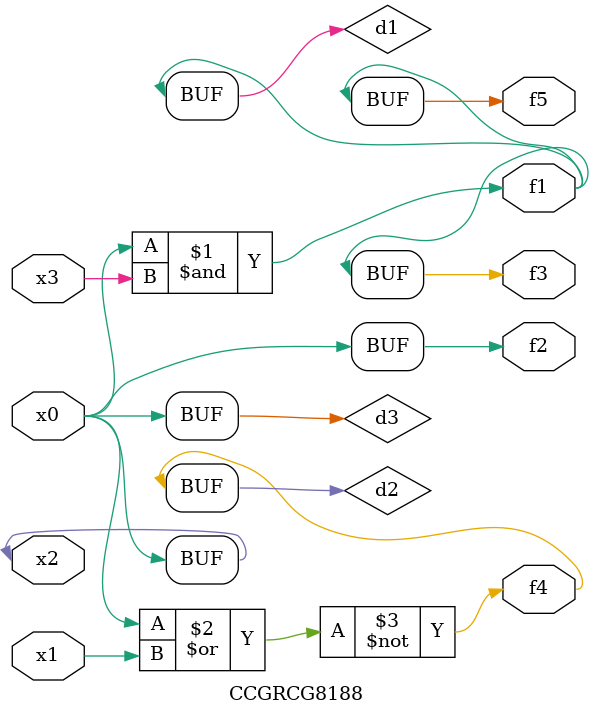
<source format=v>
module CCGRCG8188(
	input x0, x1, x2, x3,
	output f1, f2, f3, f4, f5
);

	wire d1, d2, d3;

	and (d1, x2, x3);
	nor (d2, x0, x1);
	buf (d3, x0, x2);
	assign f1 = d1;
	assign f2 = d3;
	assign f3 = d1;
	assign f4 = d2;
	assign f5 = d1;
endmodule

</source>
